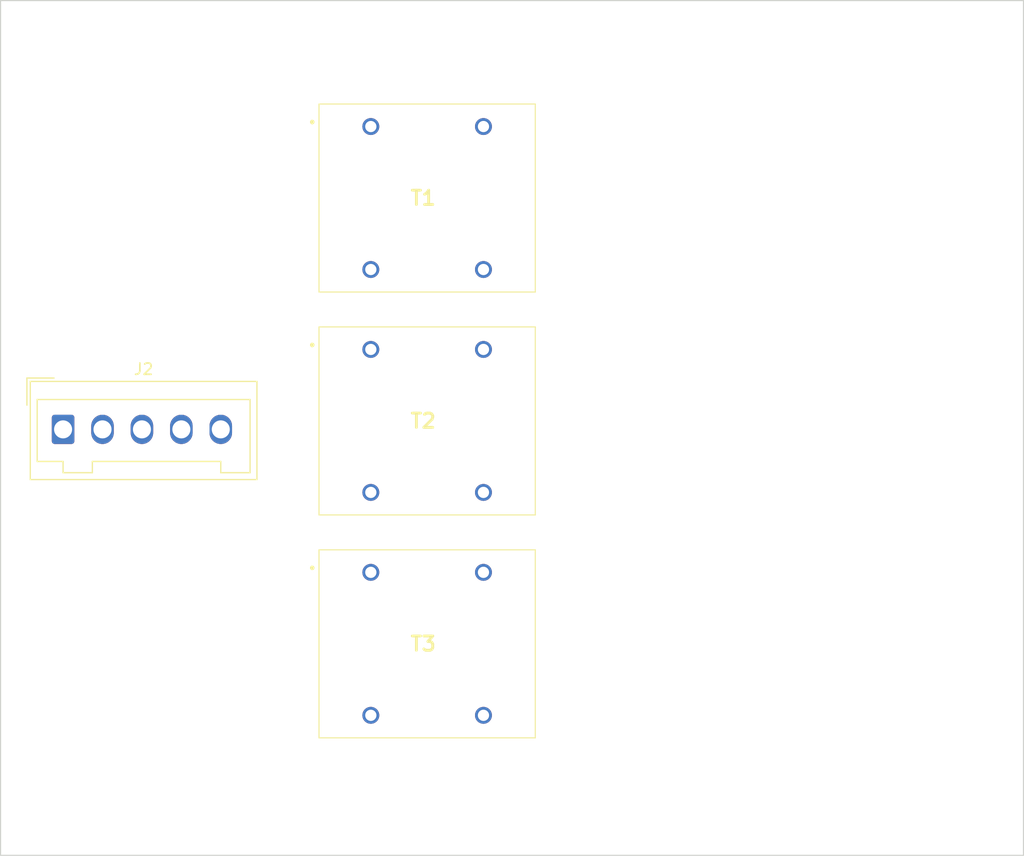
<source format=kicad_pcb>
(kicad_pcb (version 20221018) (generator pcbnew)
  (layers (0 "F.Cu" signal) (31 "B.Cu" signal) (34 "B.Paste" user) (35 "F.Paste" user) (36 "B.SilkS" user "B.Silkscreen") (37 "F.SilkS" user "F.Silkscreen") (38 "B.Mask" user) (39 "F.Mask" user) (44 "Edge.Cuts" user))
  (net 0 "")
  (net 1 "Net-(J2-Pin_1)")
  (net 2 "Net-(J2-Pin_4)")
  (net 3 "Earth")
  (net 4 "Net-(T1-SEC_2)")
  (net 5 "Net-(J2-Pin_2)")
  (net 6 "Net-(T2-SEC_2)")
  (net 7 "Net-(J2-Pin_3)")
  (net 8 "Net-(T3-SEC_2)")
  (footprint "Enerwize:ZMPT101B" (layer "F.Cu") (at 80.29 54.27)
    (fp_text reference "T1" (at 4.65 6.35) (layer "F.SilkS") (effects (font (size 1.27 1.27) (thickness 0.254))))
    (fp_text value "ZMPT101B" hide)
    (fp_line (start -5.2 -0.5) (end -5.2 -0.5) (stroke (width 0.2)) (layer "F.SilkS"))
    (fp_line (start -5.2 -0.3) (end -5.2 -0.3) (stroke (width 0.2)) (layer "F.SilkS"))
    (fp_line (start -4.6 -2) (end 14.6 -2) (stroke (width 0.1)) (layer "F.SilkS"))
    (fp_line (start -4.6 14.7) (end -4.6 -2) (stroke (width 0.1)) (layer "F.SilkS"))
    (fp_line (start 14.6 -2) (end 14.6 14.7) (stroke (width 0.1)) (layer "F.SilkS"))
    (fp_line (start 14.6 14.7) (end -4.6 14.7) (stroke (width 0.1)) (layer "F.SilkS"))
    (fp_arc (start -5.2 -0.5) (mid -5.1 -0.4) (end -5.2 -0.3) (stroke (width 0.2)) (layer "F.SilkS"))
    (fp_arc (start -5.2 -0.3) (mid -5.3 -0.4) (end -5.2 -0.5) (stroke (width 0.2)) (layer "F.SilkS"))
    (pad "1" thru_hole circle (at 0 0) (size 1.5 1.5) (drill 1) (layers "*.Cu" "*.Mask") (net 1 "Net-(J2-Pin_1)"))
    (pad "2" thru_hole circle (at 0 12.7) (size 1.5 1.5) (drill 1) (layers "*.Cu" "*.Mask") (net 2 "Net-(J2-Pin_4)"))
    (pad "3" thru_hole circle (at 10 12.7) (size 1.5 1.5) (drill 1) (layers "*.Cu" "*.Mask") (net 3 "Earth"))
    (pad "4" thru_hole circle (at 10 0) (size 1.5 1.5) (drill 1) (layers "*.Cu" "*.Mask") (net 4 "Net-(T1-SEC_2)"))
  )
  (footprint "Enerwize:ZMPT101B" (layer "F.Cu") (at 80.29 74.07)
    (fp_text reference "T2" (at 4.65 6.35) (layer "F.SilkS") (effects (font (size 1.27 1.27) (thickness 0.254))))
    (fp_text value "ZMPT101B" hide)
    (fp_line (start -5.2 -0.5) (end -5.2 -0.5) (stroke (width 0.2)) (layer "F.SilkS"))
    (fp_line (start -5.2 -0.3) (end -5.2 -0.3) (stroke (width 0.2)) (layer "F.SilkS"))
    (fp_line (start -4.6 -2) (end 14.6 -2) (stroke (width 0.1)) (layer "F.SilkS"))
    (fp_line (start -4.6 14.7) (end -4.6 -2) (stroke (width 0.1)) (layer "F.SilkS"))
    (fp_line (start 14.6 -2) (end 14.6 14.7) (stroke (width 0.1)) (layer "F.SilkS"))
    (fp_line (start 14.6 14.7) (end -4.6 14.7) (stroke (width 0.1)) (layer "F.SilkS"))
    (fp_arc (start -5.2 -0.5) (mid -5.1 -0.4) (end -5.2 -0.3) (stroke (width 0.2)) (layer "F.SilkS"))
    (fp_arc (start -5.2 -0.3) (mid -5.3 -0.4) (end -5.2 -0.5) (stroke (width 0.2)) (layer "F.SilkS"))
    (pad "1" thru_hole circle (at 0 0) (size 1.5 1.5) (drill 1) (layers "*.Cu" "*.Mask") (net 5 "Net-(J2-Pin_2)"))
    (pad "2" thru_hole circle (at 0 12.7) (size 1.5 1.5) (drill 1) (layers "*.Cu" "*.Mask") (net 2 "Net-(J2-Pin_4)"))
    (pad "3" thru_hole circle (at 10 12.7) (size 1.5 1.5) (drill 1) (layers "*.Cu" "*.Mask") (net 3 "Earth"))
    (pad "4" thru_hole circle (at 10 0) (size 1.5 1.5) (drill 1) (layers "*.Cu" "*.Mask") (net 6 "Net-(T2-SEC_2)"))
  )
  (footprint "Connector_Wago:Wago_734-135_1x05_P3.50mm_Vertical" (layer "F.Cu") (at 52.97 81.17)
    (fp_text reference "J2" (at 7.15 -5.35) (layer "F.SilkS"))
    (fp_text value "Conn_01x05_Socket")
    (fp_line (start -3.21 -4.56) (end -0.8 -4.56) (stroke (width 0.12)) (layer "F.SilkS"))
    (fp_line (start -3.21 -2.15) (end -3.21 -4.56) (stroke (width 0.12)) (layer "F.SilkS"))
    (fp_line (start -2.91 -4.26) (end -2.91 4.46) (stroke (width 0.12)) (layer "F.SilkS"))
    (fp_line (start -2.91 4.46) (end 17.21 4.46) (stroke (width 0.12)) (layer "F.SilkS"))
    (fp_line (start -2.3 -2.65) (end -2.3 2.85) (stroke (width 0.12)) (layer "F.SilkS"))
    (fp_line (start -2.3 2.85) (end 0 2.85) (stroke (width 0.12)) (layer "F.SilkS"))
    (fp_line (start 0 2.85) (end 0 3.85) (stroke (width 0.12)) (layer "F.SilkS"))
    (fp_line (start 0 3.85) (end 2.6 3.85) (stroke (width 0.12)) (layer "F.SilkS"))
    (fp_line (start 2.6 2.85) (end 14 2.85) (stroke (width 0.12)) (layer "F.SilkS"))
    (fp_line (start 2.6 3.85) (end 2.6 2.85) (stroke (width 0.12)) (layer "F.SilkS"))
    (fp_line (start 14 2.85) (end 14 3.85) (stroke (width 0.12)) (layer "F.SilkS"))
    (fp_line (start 14 3.85) (end 16.6 3.85) (stroke (width 0.12)) (layer "F.SilkS"))
    (fp_line (start 16.6 -2.65) (end -2.3 -2.65) (stroke (width 0.12)) (layer "F.SilkS"))
    (fp_line (start 16.6 3.85) (end 16.6 -2.65) (stroke (width 0.12)) (layer "F.SilkS"))
    (fp_line (start 17.21 -4.26) (end -2.91 -4.26) (stroke (width 0.12)) (layer "F.SilkS"))
    (fp_line (start 17.21 4.46) (end 17.21 -4.26) (stroke (width 0.12)) (layer "F.SilkS"))
    (pad "1" thru_hole roundrect (at 0 0) (size 2 2.6) (drill 1.6) (layers "*.Cu" "*.Mask") (roundrect_rratio 0.125) (net 1 "Net-(J2-Pin_1)"))
    (pad "2" thru_hole oval (at 3.5 0) (size 2 2.6) (drill 1.6) (layers "*.Cu" "*.Mask") (net 5 "Net-(J2-Pin_2)"))
    (pad "3" thru_hole oval (at 7 0) (size 2 2.6) (drill 1.6) (layers "*.Cu" "*.Mask") (net 7 "Net-(J2-Pin_3)"))
    (pad "4" thru_hole oval (at 10.5 0) (size 2 2.6) (drill 1.6) (layers "*.Cu" "*.Mask") (net 2 "Net-(J2-Pin_4)"))
    (pad "5" thru_hole oval (at 14 0) (size 2 2.6) (drill 1.6) (layers "*.Cu" "*.Mask") (net 3 "Earth"))
  )
  (footprint "Enerwize:ZMPT101B" (layer "F.Cu") (at 80.29 93.87)
    (fp_text reference "T3" (at 4.65 6.35) (layer "F.SilkS") (effects (font (size 1.27 1.27) (thickness 0.254))))
    (fp_text value "ZMPT101B" hide)
    (fp_line (start -5.2 -0.5) (end -5.2 -0.5) (stroke (width 0.2)) (layer "F.SilkS"))
    (fp_line (start -5.2 -0.3) (end -5.2 -0.3) (stroke (width 0.2)) (layer "F.SilkS"))
    (fp_line (start -4.6 -2) (end 14.6 -2) (stroke (width 0.1)) (layer "F.SilkS"))
    (fp_line (start -4.6 14.7) (end -4.6 -2) (stroke (width 0.1)) (layer "F.SilkS"))
    (fp_line (start 14.6 -2) (end 14.6 14.7) (stroke (width 0.1)) (layer "F.SilkS"))
    (fp_line (start 14.6 14.7) (end -4.6 14.7) (stroke (width 0.1)) (layer "F.SilkS"))
    (fp_arc (start -5.2 -0.5) (mid -5.1 -0.4) (end -5.2 -0.3) (stroke (width 0.2)) (layer "F.SilkS"))
    (fp_arc (start -5.2 -0.3) (mid -5.3 -0.4) (end -5.2 -0.5) (stroke (width 0.2)) (layer "F.SilkS"))
    (pad "1" thru_hole circle (at 0 0) (size 1.5 1.5) (drill 1) (layers "*.Cu" "*.Mask") (net 7 "Net-(J2-Pin_3)"))
    (pad "2" thru_hole circle (at 0 12.7) (size 1.5 1.5) (drill 1) (layers "*.Cu" "*.Mask") (net 2 "Net-(J2-Pin_4)"))
    (pad "3" thru_hole circle (at 10 12.7) (size 1.5 1.5) (drill 1) (layers "*.Cu" "*.Mask") (net 3 "Earth"))
    (pad "4" thru_hole circle (at 10 0) (size 1.5 1.5) (drill 1) (layers "*.Cu" "*.Mask") (net 8 "Net-(T3-SEC_2)"))
  )
  (gr_rect (start 47.42 43.08) (end 138.23 119.01) (stroke (width 0.1)) (fill none) (layer "Edge.Cuts"))
)
</source>
